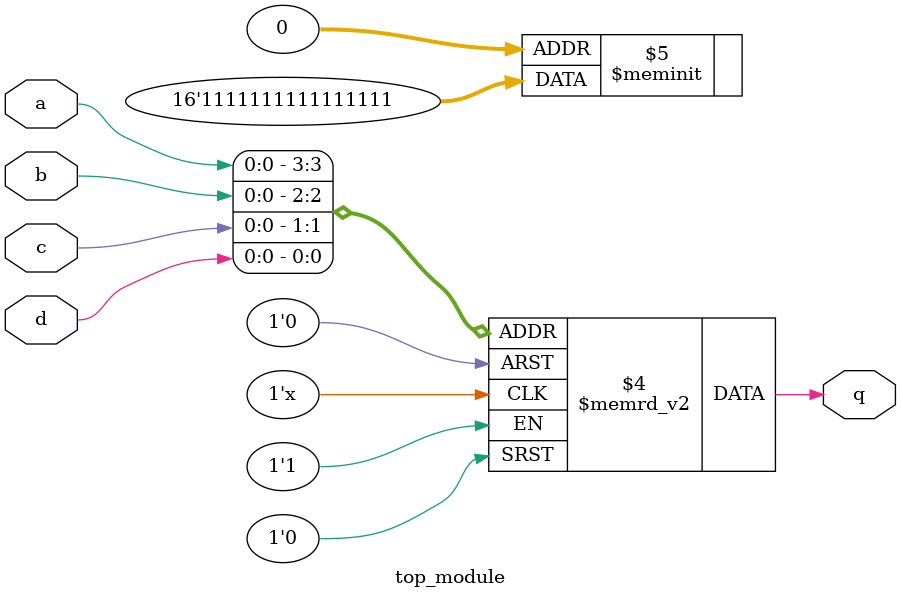
<source format=sv>
module top_module (
    input a,
    input b,
    input c,
    input d,
    output q
);

always @(*) begin
    case ({a, b, c, d})
        4'b0000, 4'b0001, 4'b0010, 4'b0011, 4'b0100, 4'b0101, 4'b0110, 4'b0111, 4'b1000, 4'b1001, 4'b1010, 4'b1011, 4'b1100, 4'b1101, 4'b1110, 4'b1111:
            q = 1'b1;
        default:
            q = 1'b0;
    endcase
end

endmodule

</source>
